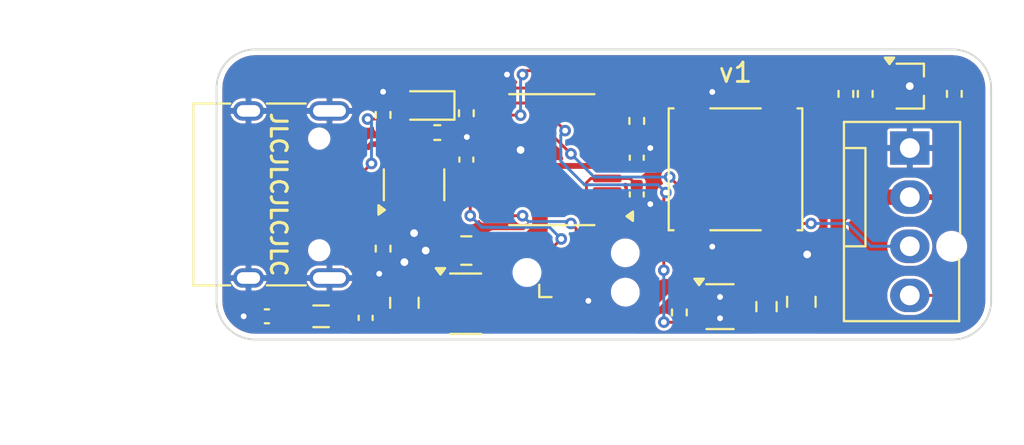
<source format=kicad_pcb>
(kicad_pcb (version 20241229) (generator "pcbnew") (generator_version "9.0")
  (layers (0 "F.Cu" signal) (2 "B.Cu" signal) (13 "F.Paste" user) (15 "B.Paste" user) (5 "F.SilkS" user "F.Silkscreen") (7 "B.SilkS" user "B.Silkscreen") (1 "F.Mask" user) (3 "B.Mask" user) (25 "Edge.Cuts" user))
  (net 0 "")
  (net 1 "GND")
  (net 2 "VBUS")
  (net 3 "+3V3")
  (net 4 "/NRST")
  (net 5 "/V_FAN")
  (net 6 "/USB_DM")
  (net 7 "/USB_DP")
  (net 8 "Net-(J1-CC2)")
  (net 9 "Net-(J1-CC1)")
  (net 12 "/SWDIO")
  (net 14 "/SWCLK")
  (net 15 "Net-(J3-Pin_4)")
  (net 16 "/FAN_TACH")
  (net 17 "Net-(Q1-G)")
  (net 18 "/BUTTON")
  (net 19 "Net-(D1-A)")
  (net 20 "/FAN_PWM")
  (net 21 "/V_FAN_EN")
  (net 22 "Net-(U4-QOD)")
  (net 31 "/LED")
  (net 32 "Net-(U1-VP)")
  (footprint "Capacitor_SMD:C_0805_2012Metric" (layer "F.Cu") (at 99 105.6 90)
    (property "Reference" "C3" (hide yes))
    (property "Value" "10u")
    (fp_line (start -0.261252 -0.735) (end 0.261252 -0.735) (stroke (width 0.12)) (layer "F.SilkS"))
    (fp_line (start -0.261252 0.735) (end 0.261252 0.735) (stroke (width 0.12)) (layer "F.SilkS"))
    (pad "1" smd roundrect (at -0.95 0 90) (size 1 1.45) (layers "F.Cu" "F.Mask" "F.Paste") (net 2 "VBUS"))
    (pad "2" smd roundrect (at 0.95 0 90) (size 1 1.45) (layers "F.Cu" "F.Mask" "F.Paste") (net 1 "GND"))
  )
  (footprint "Connector_USB:USB_C_Receptacle_HRO_TYPE-C-31-M-12" (layer "F.Cu") (at 92 100 -90)
    (property "Reference" "J1" (hide yes))
    (property "Value" "USB_C_Receptacle_USB2.0")
    (fp_line (start -4.7 3.9) (end 4.7 3.9) (stroke (width 0.12)) (layer "F.SilkS"))
    (fp_line (start -4.7 2) (end -4.7 3.9) (stroke (width 0.12)) (layer "F.SilkS"))
    (fp_line (start 4.7 2) (end 4.7 3.9) (stroke (width 0.12)) (layer "F.SilkS"))
    (fp_line (start -4.7 -1.9) (end -4.7 0.1) (stroke (width 0.12)) (layer "F.SilkS"))
    (fp_line (start 4.7 -1.9) (end 4.7 0.1) (stroke (width 0.12)) (layer "F.SilkS"))
    (pad "" np_thru_hole circle (at -2.89 -2.6 270) (size 0.65 0.65) (drill 0.65) (layers "*.Cu" "*.Mask"))
    (pad "" np_thru_hole circle (at 2.89 -2.6 270) (size 0.65 0.65) (drill 0.65) (layers "*.Cu" "*.Mask"))
    (pad "A1" smd rect (at -3.25 -4.045 270) (size 0.6 1.45) (layers "F.Cu" "F.Mask" "F.Paste") (net 1 "GND"))
    (pad "A4" smd rect (at -2.45 -4.045 270) (size 0.6 1.45) (layers "F.Cu" "F.Mask" "F.Paste") (net 32 "Net-(U1-VP)"))
    (pad "A5" smd rect (at -1.25 -4.045 270) (size 0.3 1.45) (layers "F.Cu" "F.Mask" "F.Paste") (net 9 "Net-(J1-CC1)"))
    (pad "A6" smd rect (at -0.25 -4.045 270) (size 0.3 1.45) (layers "F.Cu" "F.Mask" "F.Paste") (net 7 "/USB_DP"))
    (pad "A7" smd rect (at 0.25 -4.045 270) (size 0.3 1.45) (layers "F.Cu" "F.Mask" "F.Paste") (net 6 "/USB_DM"))
    (pad "A8" smd rect (at 1.25 -4.045 270) (size 0.3 1.45) (layers "F.Cu" "F.Mask" "F.Paste"))
    (pad "A9" smd rect (at 2.45 -4.045 270) (size 0.6 1.45) (layers "F.Cu" "F.Mask" "F.Paste") (net 32 "Net-(U1-VP)"))
    (pad "A12" smd rect (at 3.25 -4.045 270) (size 0.6 1.45) (layers "F.Cu" "F.Mask" "F.Paste") (net 1 "GND"))
    (pad "B1" smd rect (at 3.25 -4.045 270) (size 0.6 1.45) (layers "F.Cu" "F.Mask" "F.Paste") (net 1 "GND"))
    (pad "B4" smd rect (at 2.45 -4.045 270) (size 0.6 1.45) (layers "F.Cu" "F.Mask" "F.Paste") (net 32 "Net-(U1-VP)"))
    (pad "B5" smd rect (at 1.75 -4.045 270) (size 0.3 1.45) (layers "F.Cu" "F.Mask" "F.Paste") (net 8 "Net-(J1-CC2)"))
    (pad "B6" smd rect (at 0.75 -4.045 270) (size 0.3 1.45) (layers "F.Cu" "F.Mask" "F.Paste") (net 7 "/USB_DP"))
    (pad "B7" smd rect (at -0.75 -4.045 270) (size 0.3 1.45) (layers "F.Cu" "F.Mask" "F.Paste") (net 6 "/USB_DM"))
    (pad "B8" smd rect (at -1.75 -4.045 270) (size 0.3 1.45) (layers "F.Cu" "F.Mask" "F.Paste"))
    (pad "B9" smd rect (at -2.45 -4.045 270) (size 0.6 1.45) (layers "F.Cu" "F.Mask" "F.Paste") (net 32 "Net-(U1-VP)"))
    (pad "B12" smd rect (at -3.25 -4.045 270) (size 0.6 1.45) (layers "F.Cu" "F.Mask" "F.Paste") (net 1 "GND"))
    (pad "S1" thru_hole oval (at -4.32 -3.13 270) (size 1 2.1) (drill oval 0.6 1.7) (layers "*.Cu" "*.Mask") (net 1 "GND"))
    (pad "S1" thru_hole oval (at -4.32 1.05 270) (size 1 1.6) (drill oval 0.6 1.2) (layers "*.Cu" "*.Mask") (net 1 "GND"))
    (pad "S1" thru_hole oval (at 4.32 -3.13 270) (size 1 2.1) (drill oval 0.6 1.7) (layers "*.Cu" "*.Mask") (net 1 "GND"))
    (pad "S1" thru_hole oval (at 4.32 1.05 270) (size 1 1.6) (drill oval 0.6 1.2) (layers "*.Cu" "*.Mask") (net 1 "GND"))
  )
  (footprint "LED_SMD:LED_0603_1608Metric" (layer "F.Cu") (at 100.1 95.4 180)
    (property "Reference" "D1" (hide yes))
    (property "Value" "LED_Small")
    (fp_line (start 0.8 -0.735) (end -1.485 -0.735) (stroke (width 0.12)) (layer "F.SilkS"))
    (fp_line (start -1.485 0.735) (end 0.8 0.735) (stroke (width 0.12)) (layer "F.SilkS"))
    (fp_line (start -1.485 -0.735) (end -1.485 0.735) (stroke (width 0.12)) (layer "F.SilkS"))
    (pad "1" smd roundrect (at -0.7875 0 180) (size 0.875 0.95) (layers "F.Cu" "F.Mask" "F.Paste") (net 31 "/LED"))
    (pad "2" smd roundrect (at 0.7875 0 180) (size 0.875 0.95) (layers "F.Cu" "F.Mask" "F.Paste") (net 19 "Net-(D1-A)"))
  )
  (footprint "Resistor_SMD:R_0603_1608Metric" (layer "F.Cu") (at 117.7 105.8 90)
    (property "Reference" "R9" (hide yes))
    (property "Value" "470R")
    (fp_line (start -0.237258 -0.5225) (end 0.237258 -0.5225) (stroke (width 0.12)) (layer "F.SilkS"))
    (fp_line (start -0.237258 0.5225) (end 0.237258 0.5225) (stroke (width 0.12)) (layer "F.SilkS"))
    (pad "1" smd roundrect (at -0.825 0 90) (size 0.8 0.95) (layers "F.Cu" "F.Mask" "F.Paste") (net 22 "Net-(U4-QOD)"))
    (pad "2" smd roundrect (at 0.825 0 90) (size 0.8 0.95) (layers "F.Cu" "F.Mask" "F.Paste") (net 5 "/V_FAN"))
  )
  (footprint "Package_SO:TSSOP-20_4.4x6.5mm_P0.65mm" (layer "F.Cu") (at 106.6125 98.2 180)
    (property "Reference" "U3" (hide yes))
    (property "Value" "STM32F042F4P6")
    (fp_line (start 0 3.385) (end 2.2 3.385) (stroke (width 0.12)) (layer "F.SilkS"))
    (fp_line (start 0 3.385) (end -2.2 3.385) (stroke (width 0.12)) (layer "F.SilkS"))
    (fp_line (start 0 -3.385) (end 2.2 -3.385) (stroke (width 0.12)) (layer "F.SilkS"))
    (fp_line (start 0 -3.385) (end -2.2 -3.385) (stroke (width 0.12)) (layer "F.SilkS"))
    (fp_poly (pts (xy -3.86 -2.925) (xy -4.19 -3.165) (xy -4.19 -2.685) (xy -3.86 -2.925)) (stroke (width 0.12)) (fill yes) (layer "F.SilkS"))
    (pad "1" smd roundrect (at -2.8625 -2.925 180) (size 1.475 0.4) (layers "F.Cu" "F.Mask" "F.Paste") (net 1 "GND"))
    (pad "2" smd roundrect (at -2.8625 -2.275 180) (size 1.475 0.4) (layers "F.Cu" "F.Mask" "F.Paste"))
    (pad "3" smd roundrect (at -2.8625 -1.625 180) (size 1.475 0.4) (layers "F.Cu" "F.Mask" "F.Paste"))
    (pad "4" smd roundrect (at -2.8625 -0.975 180) (size 1.475 0.4) (layers "F.Cu" "F.Mask" "F.Paste") (net 4 "/NRST"))
    (pad "5" smd roundrect (at -2.8625 -0.325 180) (size 1.475 0.4) (layers "F.Cu" "F.Mask" "F.Paste") (net 3 "+3V3"))
    (pad "6" smd roundrect (at -2.8625 0.325 180) (size 1.475 0.4) (layers "F.Cu" "F.Mask" "F.Paste"))
    (pad "7" smd roundrect (at -2.8625 0.975 180) (size 1.475 0.4) (layers "F.Cu" "F.Mask" "F.Paste") (net 31 "/LED"))
    (pad "8" smd roundrect (at -2.8625 1.625 180) (size 1.475 0.4) (layers "F.Cu" "F.Mask" "F.Paste"))
    (pad "9" smd roundrect (at -2.8625 2.275 180) (size 1.475 0.4) (layers "F.Cu" "F.Mask" "F.Paste"))
    (pad "10" smd roundrect (at -2.8625 2.925 180) (size 1.475 0.4) (layers "F.Cu" "F.Mask" "F.Paste") (net 18 "/BUTTON"))
    (pad "11" smd roundrect (at 2.8625 2.925 180) (size 1.475 0.4) (layers "F.Cu" "F.Mask" "F.Paste") (net 21 "/V_FAN_EN"))
    (pad "12" smd roundrect (at 2.8625 2.275 180) (size 1.475 0.4) (layers "F.Cu" "F.Mask" "F.Paste") (net 20 "/FAN_PWM"))
    (pad "13" smd roundrect (at 2.8625 1.625 180) (size 1.475 0.4) (layers "F.Cu" "F.Mask" "F.Paste") (net 16 "/FAN_TACH"))
    (pad "14" smd roundrect (at 2.8625 0.975 180) (size 1.475 0.4) (layers "F.Cu" "F.Mask" "F.Paste"))
    (pad "15" smd roundrect (at 2.8625 0.325 180) (size 1.475 0.4) (layers "F.Cu" "F.Mask" "F.Paste") (net 1 "GND"))
    (pad "16" smd roundrect (at 2.8625 -0.325 180) (size 1.475 0.4) (layers "F.Cu" "F.Mask" "F.Paste") (net 3 "+3V3"))
    (pad "17" smd roundrect (at 2.8625 -0.975 180) (size 1.475 0.4) (layers "F.Cu" "F.Mask" "F.Paste") (net 6 "/USB_DM"))
    (pad "18" smd roundrect (at 2.8625 -1.625 180) (size 1.475 0.4) (layers "F.Cu" "F.Mask" "F.Paste") (net 7 "/USB_DP"))
    (pad "19" smd roundrect (at 2.8625 -2.275 180) (size 1.475 0.4) (layers "F.Cu" "F.Mask" "F.Paste") (net 12 "/SWDIO"))
    (pad "20" smd roundrect (at 2.8625 -2.925 180) (size 1.475 0.4) (layers "F.Cu" "F.Mask" "F.Paste") (net 14 "/SWCLK"))
  )
  (footprint "Capacitor_SMD:C_0402_1005Metric" (layer "F.Cu") (at 91.9 106.3 180)
    (property "Reference" "C1" (hide yes))
    (property "Value" "TBD")
    (fp_line (start -0.107836 0.36) (end 0.107836 0.36) (stroke (width 0.12)) (layer "F.SilkS"))
    (fp_line (start -0.107836 -0.36) (end 0.107836 -0.36) (stroke (width 0.12)) (layer "F.SilkS"))
    (pad "1" smd roundrect (at -0.48 0 180) (size 0.56 0.62) (layers "F.Cu" "F.Mask" "F.Paste") (net 32 "Net-(U1-VP)"))
    (pad "2" smd roundrect (at 0.48 0 180) (size 0.56 0.62) (layers "F.Cu" "F.Mask" "F.Paste") (net 1 "GND"))
  )
  (footprint "Package_TO_SOT_SMD:SOT-323_SC-70" (layer "F.Cu") (at 125.1 94.4)
    (property "Reference" "Q1" (hide yes))
    (property "Value" "Q_NMOS_GSD")
    (fp_line (start -0.68 -1.16) (end 0.73 -1.16) (stroke (width 0.12)) (layer "F.SilkS"))
    (fp_line (start -0.68 1.16) (end 0.73 1.16) (stroke (width 0.12)) (layer "F.SilkS"))
    (fp_line (start 0.73 -1.16) (end 0.73 -0.5) (stroke (width 0.12)) (layer "F.SilkS"))
    (fp_line (start 0.73 0.5) (end 0.73 1.16) (stroke (width 0.12)) (layer "F.SilkS"))
    (fp_poly (pts (xy -1.05 -1.14) (xy -1.29 -1.47) (xy -0.81 -1.47) (xy -1.05 -1.14)) (stroke (width 0.12)) (fill yes) (layer "F.SilkS"))
    (pad "1" smd roundrect (at -1 -0.65 270) (size 0.45 0.7) (layers "F.Cu" "F.Mask" "F.Paste") (net 17 "Net-(Q1-G)"))
    (pad "2" smd roundrect (at -1 0.65 270) (size 0.45 0.7) (layers "F.Cu" "F.Mask" "F.Paste") (net 1 "GND"))
    (pad "3" smd roundrect (at 1 0 270) (size 0.45 0.7) (layers "F.Cu" "F.Mask" "F.Paste") (net 15 "Net-(J3-Pin_4)"))
  )
  (footprint "Resistor_SMD:R_0402_1005Metric" (layer "F.Cu") (at 97.9 95.89 90)
    (property "Reference" "R1" (hide yes))
    (property "Value" "5k1")
    (fp_line (start -0.153641 -0.38) (end 0.153641 -0.38) (stroke (width 0.12)) (layer "F.SilkS"))
    (fp_line (start -0.153641 0.38) (end 0.153641 0.38) (stroke (width 0.12)) (layer "F.SilkS"))
    (pad "1" smd roundrect (at -0.51 0 90) (size 0.54 0.64) (layers "F.Cu" "F.Mask" "F.Paste") (net 9 "Net-(J1-CC1)"))
    (pad "2" smd roundrect (at 0.51 0 90) (size 0.54 0.64) (layers "F.Cu" "F.Mask" "F.Paste") (net 1 "GND"))
  )
  (footprint "Capacitor_SMD:C_0805_2012Metric" (layer "F.Cu") (at 102.2 102.9 180)
    (property "Reference" "C4" (hide yes))
    (property "Value" "10u")
    (fp_line (start -0.261252 0.735) (end 0.261252 0.735) (stroke (width 0.12)) (layer "F.SilkS"))
    (fp_line (start -0.261252 -0.735) (end 0.261252 -0.735) (stroke (width 0.12)) (layer "F.SilkS"))
    (pad "1" smd roundrect (at -0.95 0 180) (size 1 1.45) (layers "F.Cu" "F.Mask" "F.Paste") (net 3 "+3V3"))
    (pad "2" smd roundrect (at 0.95 0 180) (size 1 1.45) (layers "F.Cu" "F.Mask" "F.Paste") (net 1 "GND"))
  )
  (footprint "Package_TO_SOT_SMD:SOT-23-5" (layer "F.Cu") (at 102.1625 105.65)
    (property "Reference" "U2" (hide yes))
    (property "Value" "MIC5504-3.3YM5")
    (fp_line (start 0 -1.56) (end -0.8 -1.56) (stroke (width 0.12)) (layer "F.SilkS"))
    (fp_line (start 0 -1.56) (end 0.8 -1.56) (stroke (width 0.12)) (layer "F.SilkS"))
    (fp_line (start 0 1.56) (end -0.8 1.56) (stroke (width 0.12)) (layer "F.SilkS"))
    (fp_line (start 0 1.56) (end 0.8 1.56) (stroke (width 0.12)) (layer "F.SilkS"))
    (fp_poly (pts (xy -1.3 -1.51) (xy -1.54 -1.84) (xy -1.06 -1.84) (xy -1.3 -1.51)) (stroke (width 0.12)) (fill yes) (layer "F.SilkS"))
    (pad "1" smd roundrect (at -1.1375 -0.95) (size 1.325 0.6) (layers "F.Cu" "F.Mask" "F.Paste") (net 2 "VBUS"))
    (pad "2" smd roundrect (at -1.1375 0) (size 1.325 0.6) (layers "F.Cu" "F.Mask" "F.Paste") (net 1 "GND"))
    (pad "3" smd roundrect (at -1.1375 0.95) (size 1.325 0.6) (layers "F.Cu" "F.Mask" "F.Paste") (net 2 "VBUS"))
    (pad "3" smd roundrect (at 1.1375 0.95) (size 1.325 0.6) (layers "F.Cu" "F.Mask" "F.Paste") (net 2 "VBUS"))
    (pad "5" smd roundrect (at 1.1375 -0.95) (size 1.325 0.6) (layers "F.Cu" "F.Mask" "F.Paste") (net 3 "+3V3"))
  )
  (footprint "Resistor_SMD:R_0402_1005Metric" (layer "F.Cu") (at 122.8 94.8 90)
    (property "Reference" "R7" (hide yes))
    (property "Value" "10k")
    (fp_line (start -0.153641 -0.38) (end 0.153641 -0.38) (stroke (width 0.12)) (layer "F.SilkS"))
    (fp_line (start -0.153641 0.38) (end 0.153641 0.38) (stroke (width 0.12)) (layer "F.SilkS"))
    (pad "1" smd roundrect (at -0.51 0 90) (size 0.54 0.64) (layers "F.Cu" "F.Mask" "F.Paste") (net 1 "GND"))
    (pad "2" smd roundrect (at 0.51 0 90) (size 0.54 0.64) (layers "F.Cu" "F.Mask" "F.Paste") (net 17 "Net-(Q1-G)"))
  )
  (footprint "Package_TO_SOT_SMD:SOT-23-6" (layer "F.Cu") (at 99.5 99.5 90)
    (property "Reference" "U1" (hide yes))
    (property "Value" "SRV05-4")
    (fp_line (start 0 -1.56) (end 0.8 -1.56) (stroke (width 0.12)) (layer "F.SilkS"))
    (fp_line (start 0 -1.56) (end -0.8 -1.56) (stroke (width 0.12)) (layer "F.SilkS"))
    (fp_line (start 0 1.56) (end 0.8 1.56) (stroke (width 0.12)) (layer "F.SilkS"))
    (fp_line (start 0 1.56) (end -0.8 1.56) (stroke (width 0.12)) (layer "F.SilkS"))
    (fp_poly (pts (xy -1.3 -1.51) (xy -1.54 -1.84) (xy -1.06 -1.84) (xy -1.3 -1.51)) (stroke (width 0.12)) (fill yes) (layer "F.SilkS"))
    (pad "1" smd roundrect (at -1.1375 -0.95 90) (size 1.325 0.6) (layers "F.Cu" "F.Mask" "F.Paste") (net 7 "/USB_DP"))
    (pad "2" smd roundrect (at -1.1375 0 90) (size 1.325 0.6) (layers "F.Cu" "F.Mask" "F.Paste") (net 1 "GND"))
    (pad "3" smd roundrect (at -1.1375 0.95 90) (size 1.325 0.6) (layers "F.Cu" "F.Mask" "F.Paste"))
    (pad "4" smd roundrect (at 1.1375 0.95 90) (size 1.325 0.6) (layers "F.Cu" "F.Mask" "F.Paste"))
    (pad "5" smd roundrect (at 1.1375 0 90) (size 1.325 0.6) (layers "F.Cu" "F.Mask" "F.Paste") (net 32 "Net-(U1-VP)"))
    (pad "6" smd roundrect (at 1.1375 -0.95 90) (size 1.325 0.6) (layers "F.Cu" "F.Mask" "F.Paste") (net 6 "/USB_DM"))
  )
  (footprint "Button_Switch_SMD:SW_SPST_B3S-1000" (layer "F.Cu") (at 116.1 98.7 -90)
    (property "Reference" "SW1" (hide yes))
    (property "Value" "SW_Push")
    (fp_line (start -3.15 3.45) (end -3.15 3.2) (stroke (width 0.12)) (layer "F.SilkS"))
    (fp_line (start 3.15 3.45) (end -3.15 3.45) (stroke (width 0.12)) (layer "F.SilkS"))
    (fp_line (start 3.15 3.2) (end 3.15 3.45) (stroke (width 0.12)) (layer "F.SilkS"))
    (fp_line (start -3.15 1.3) (end -3.15 -1.3) (stroke (width 0.12)) (layer "F.SilkS"))
    (fp_line (start 3.15 -1.3) (end 3.15 1.3) (stroke (width 0.12)) (layer "F.SilkS"))
    (fp_line (start -3.15 -3.2) (end -3.15 -3.45) (stroke (width 0.12)) (layer "F.SilkS"))
    (fp_line (start -3.15 -3.45) (end 3.15 -3.45) (stroke (width 0.12)) (layer "F.SilkS"))
    (fp_line (start 3.15 -3.45) (end 3.15 -3.2) (stroke (width 0.12)) (layer "F.SilkS"))
    (pad "1" smd rect (at -3.975 -2.25 270) (size 1.55 1.3) (layers "F.Cu" "F.Mask" "F.Paste") (net 18 "/BUTTON"))
    (pad "2" smd rect (at -3.975 2.25 270) (size 1.55 1.3) (layers "F.Cu" "F.Mask" "F.Paste") (net 1 "GND"))
    (pad "2" smd rect (at 3.975 2.25 270) (size 1.55 1.3) (layers "F.Cu" "F.Mask" "F.Paste") (net 1 "GND"))
    (pad "NC" smd rect (at 3.975 -2.25 270) (size 1.55 1.3) (layers "F.Cu" "F.Mask" "F.Paste"))
  )
  (footprint "Resistor_SMD:R_0402_1005Metric" (layer "F.Cu") (at 102.2 95.8 90)
    (property "Reference" "R10" (hide yes))
    (property "Value" "10k")
    (fp_line (start -0.153641 -0.38) (end 0.153641 -0.38) (stroke (width 0.12)) (layer "F.SilkS"))
    (fp_line (start -0.153641 0.38) (end 0.153641 0.38) (stroke (width 0.12)) (layer "F.SilkS"))
    (pad "1" smd roundrect (at -0.51 0 90) (size 0.54 0.64) (layers "F.Cu" "F.Mask" "F.Paste") (net 16 "/FAN_TACH"))
    (pad "2" smd roundrect (at 0.51 0 90) (size 0.54 0.64) (layers "F.Cu" "F.Mask" "F.Paste") (net 3 "+3V3"))
  )
  (footprint "Resistor_SMD:R_0402_1005Metric" (layer "F.Cu") (at 100.7 96.8)
    (property "Reference" "R4" (hide yes))
    (property "Value" "10k")
    (fp_line (start -0.153641 -0.38) (end 0.153641 -0.38) (stroke (width 0.12)) (layer "F.SilkS"))
    (fp_line (start -0.153641 0.38) (end 0.153641 0.38) (stroke (width 0.12)) (layer "F.SilkS"))
    (pad "1" smd roundrect (at -0.51 0) (size 0.54 0.64) (layers "F.Cu" "F.Mask" "F.Paste") (net 19 "Net-(D1-A)"))
    (pad "2" smd roundrect (at 0.51 0) (size 0.54 0.64) (layers "F.Cu" "F.Mask" "F.Paste") (net 3 "+3V3"))
  )
  (footprint "Capacitor_SMD:C_0402_1005Metric" (layer "F.Cu") (at 97 106.38 90)
    (property "Reference" "C2" (hide yes))
    (property "Value" "TBD")
    (fp_line (start -0.107836 -0.36) (end 0.107836 -0.36) (stroke (width 0.12)) (layer "F.SilkS"))
    (fp_line (start -0.107836 0.36) (end 0.107836 0.36) (stroke (width 0.12)) (layer "F.SilkS"))
    (pad "1" smd roundrect (at -0.48 0 90) (size 0.56 0.62) (layers "F.Cu" "F.Mask" "F.Paste") (net 2 "VBUS"))
    (pad "2" smd roundrect (at 0.48 0 90) (size 0.56 0.62) (layers "F.Cu" "F.Mask" "F.Paste") (net 1 "GND"))
  )
  (footprint "Resistor_SMD:R_0402_1005Metric" (layer "F.Cu") (at 111 96.2 -90)
    (property "Reference" "R3" (hide yes))
    (property "Value" "10k")
    (fp_line (start -0.153641 0.38) (end 0.153641 0.38) (stroke (width 0.12)) (layer "F.SilkS"))
    (fp_line (start -0.153641 -0.38) (end 0.153641 -0.38) (stroke (width 0.12)) (layer "F.SilkS"))
    (pad "1" smd roundrect (at -0.51 0 270) (size 0.54 0.64) (layers "F.Cu" "F.Mask" "F.Paste") (net 18 "/BUTTON"))
    (pad "2" smd roundrect (at 0.51 0 270) (size 0.54 0.64) (layers "F.Cu" "F.Mask" "F.Paste") (net 3 "+3V3"))
  )
  (footprint "Capacitor_SMD:C_0402_1005Metric" (layer "F.Cu") (at 111 100 -90)
    (property "Reference" "C5" (hide yes))
    (property "Value" "100n")
    (fp_line (start -0.107836 0.36) (end 0.107836 0.36) (stroke (width 0.12)) (layer "F.SilkS"))
    (fp_line (start -0.107836 -0.36) (end 0.107836 -0.36) (stroke (width 0.12)) (layer "F.SilkS"))
    (pad "1" smd roundrect (at -0.48 0 270) (size 0.56 0.62) (layers "F.Cu" "F.Mask" "F.Paste") (net 4 "/NRST"))
    (pad "2" smd roundrect (at 0.48 0 270) (size 0.56 0.62) (layers "F.Cu" "F.Mask" "F.Paste") (net 1 "GND"))
  )
  (footprint "Resistor_SMD:R_0402_1005Metric" (layer "F.Cu") (at 113.2 106.1 -90)
    (property "Reference" "R6" (hide yes))
    (property "Value" "10k")
    (fp_line (start -0.153641 0.38) (end 0.153641 0.38) (stroke (width 0.12)) (layer "F.SilkS"))
    (fp_line (start -0.153641 -0.38) (end 0.153641 -0.38) (stroke (width 0.12)) (layer "F.SilkS"))
    (pad "1" smd roundrect (at -0.51 0 270) (size 0.54 0.64) (layers "F.Cu" "F.Mask" "F.Paste") (net 1 "GND"))
    (pad "2" smd roundrect (at 0.51 0 270) (size 0.54 0.64) (layers "F.Cu" "F.Mask" "F.Paste") (net 21 "/V_FAN_EN"))
  )
  (footprint "Inductor_SMD:L_0805_2012Metric" (layer "F.Cu") (at 94.7 106.3)
    (property "Reference" "FB1" (hide yes))
    (property "Value" "600R @ 100MHz")
    (fp_line (start -0.399622 -0.56) (end 0.399622 -0.56) (stroke (width 0.12)) (layer "F.SilkS"))
    (fp_line (start -0.399622 0.56) (end 0.399622 0.56) (stroke (width 0.12)) (layer "F.SilkS"))
    (pad "1" smd roundrect (at -1.0625 0) (size 0.875 1.2) (layers "F.Cu" "F.Mask" "F.Paste") (net 32 "Net-(U1-VP)"))
    (pad "2" smd roundrect (at 1.0625 0) (size 0.875 1.2) (layers "F.Cu" "F.Mask" "F.Paste") (net 2 "VBUS"))
  )
  (footprint "Capacitor_SMD:C_0805_2012Metric" (layer "F.Cu") (at 119.5 105.55 90)
    (property "Reference" "C8" (hide yes))
    (property "Value" "10u")
    (fp_line (start -0.261252 -0.735) (end 0.261252 -0.735) (stroke (width 0.12)) (layer "F.SilkS"))
    (fp_line (start -0.261252 0.735) (end 0.261252 0.735) (stroke (width 0.12)) (layer "F.SilkS"))
    (pad "1" smd roundrect (at -0.95 0 90) (size 1 1.45) (layers "F.Cu" "F.Mask" "F.Paste") (net 5 "/V_FAN"))
    (pad "2" smd roundrect (at 0.95 0 90) (size 1 1.45) (layers "F.Cu" "F.Mask" "F.Paste") (net 1 "GND"))
  )
  (footprint "Resistor_SMD:R_0402_1005Metric" (layer "F.Cu") (at 97.9 102.8 -90)
    (property "Reference" "R2" (hide yes))
    (property "Value" "5k1")
    (fp_line (start -0.153641 0.38) (end 0.153641 0.38) (stroke (width 0.12)) (layer "F.SilkS"))
    (fp_line (start -0.153641 -0.38) (end 0.153641 -0.38) (stroke (width 0.12)) (layer "F.SilkS"))
    (pad "1" smd roundrect (at -0.51 0 270) (size 0.54 0.64) (layers "F.Cu" "F.Mask" "F.Paste") (net 8 "Net-(J1-CC2)"))
    (pad "2" smd roundrect (at 0.51 0 270) (size 0.54 0.64) (layers "F.Cu" "F.Mask" "F.Paste") (net 1 "GND"))
  )
  (footprint "Connector:Tag-Connect_TC2030-IDC-NL_2x03_P1.27mm_Vertical" (layer "F.Cu") (at 107.87 104.035)
    (property "Reference" "J2" (hide yes))
    (property "Value" "TC2030")
    (fp_line (start -1.905 1.27) (end -1.905 0.635) (stroke (width 0.12)) (layer "F.SilkS"))
    (fp_line (start -1.27 1.27) (end -1.905 1.27) (stroke (width 0.12)) (layer "F.SilkS"))
    (pad "" np_thru_hole circle (at -2.54 0) (size 0.9906 0.9906) (drill 0.9906) (layers "*.Cu" "*.Mask"))
    (pad "" np_thru_hole circle (at 2.54 -1.016) (size 0.9906 0.9906) (drill 0.9906) (layers "*.Cu" "*.Mask"))
    (pad "" np_thru_hole circle (at 2.54 1.016) (size 0.9906 0.9906) (drill 0.9906) (layers "*.Cu" "*.Mask"))
    (pad "1" connect circle (at -1.27 0.635) (size 0.7874 0.7874) (layers "F.Cu" "F.Mask") (net 3 "+3V3"))
    (pad "2" connect circle (at -1.27 -0.635) (size 0.7874 0.7874) (layers "F.Cu" "F.Mask") (net 12 "/SWDIO"))
    (pad "3" connect circle (at 0 0.635) (size 0.7874 0.7874) (layers "F.Cu" "F.Mask") (net 4 "/NRST"))
    (pad "4" connect circle (at 0 -0.635) (size 0.7874 0.7874) (layers "F.Cu" "F.Mask") (net 14 "/SWCLK"))
    (pad "5" connect circle (at 1.27 0.635) (size 0.7874 0.7874) (layers "F.Cu" "F.Mask") (net 1 "GND"))
    (pad "6" connect circle (at 1.27 -0.635) (size 0.7874 0.7874) (layers "F.Cu" "F.Mask"))
    (zone (net 0) (net_name "") (layer "F.Cu") (connect_pads (clearance 0)) (min_thickness 0.254)
      (keepout (tracks allowed) (vias not_allowed) (pads allowed) (copperpour not_allowed) (footprints not_allowed))
      (fill (thermal_gap 0.508) (thermal_bridge_width 0.508))
      (polygon (pts (xy 109.14 103.4) (xy 106.6 103.4) (xy 106.6 104.67) (xy 109.14 104.67)))
    )
  )
  (footprint "Capacitor_SMD:C_0402_1005Metric" (layer "F.Cu") (at 102.2 98.2 90)
    (property "Reference" "C6" (hide yes))
    (property "Value" "100n")
    (fp_line (start -0.107836 -0.36) (end 0.107836 -0.36) (stroke (width 0.12)) (layer "F.SilkS"))
    (fp_line (start -0.107836 0.36) (end 0.107836 0.36) (stroke (width 0.12)) (layer "F.SilkS"))
    (pad "1" smd roundrect (at -0.48 0 90) (size 0.56 0.62) (layers "F.Cu" "F.Mask" "F.Paste") (net 3 "+3V3"))
    (pad "2" smd roundrect (at 0.48 0 90) (size 0.56 0.62) (layers "F.Cu" "F.Mask" "F.Paste") (net 1 "GND"))
  )
  (footprint "Resistor_SMD:R_0402_1005Metric" (layer "F.Cu") (at 127.4 94.8 -90)
    (property "Reference" "R8" (hide yes))
    (property "Value" "10k")
    (fp_line (start -0.153641 0.38) (end 0.153641 0.38) (stroke (width 0.12)) (layer "F.SilkS"))
    (fp_line (start -0.153641 -0.38) (end 0.153641 -0.38) (stroke (width 0.12)) (layer "F.SilkS"))
    (pad "1" smd roundrect (at -0.51 0 270) (size 0.54 0.64) (layers "F.Cu" "F.Mask" "F.Paste") (net 15 "Net-(J3-Pin_4)"))
    (pad "2" smd roundrect (at 0.51 0 270) (size 0.54 0.64) (layers "F.Cu" "F.Mask" "F.Paste") (net 5 "/V_FAN"))
  )
  (footprint "Package_TO_SOT_SMD:SOT-363_SC-70-6" (layer "F.Cu") (at 115.3 105.8)
    (property "Reference" "U4" (hide yes))
    (property "Value" "TPS22919DCK")
    (fp_line (start -0.71 -1.16) (end 0.7 -1.16) (stroke (width 0.12)) (layer "F.SilkS"))
    (fp_line (start -0.7 1.16) (end 0.7 1.16) (stroke (width 0.12)) (layer "F.SilkS"))
    (fp_poly (pts (xy -1.08 -1.11) (xy -1.32 -1.44) (xy -0.84 -1.44) (xy -1.08 -1.11)) (stroke (width 0.12)) (fill yes) (layer "F.SilkS"))
    (pad "1" smd roundrect (at -0.95 -0.65) (size 0.65 0.4) (layers "F.Cu" "F.Mask" "F.Paste") (net 2 "VBUS"))
    (pad "2" smd roundrect (at -0.95 0) (size 0.65 0.4) (layers "F.Cu" "F.Mask" "F.Paste") (net 1 "GND"))
    (pad "3" smd roundrect (at -0.95 0.65) (size 0.65 0.4) (layers "F.Cu" "F.Mask" "F.Paste") (net 21 "/V_FAN_EN"))
    (pad "4" smd roundrect (at 0.95 0.65) (size 0.65 0.4) (layers "F.Cu" "F.Mask" "F.Paste"))
    (pad "5" smd roundrect (at 0.95 0) (size 0.65 0.4) (layers "F.Cu" "F.Mask" "F.Paste") (net 22 "Net-(U4-QOD)"))
    (pad "6" smd roundrect (at 0.95 -0.65) (size 0.65 0.4) (layers "F.Cu" "F.Mask" "F.Paste") (net 5 "/V_FAN"))
  )
  (footprint "Capacitor_SMD:C_0402_1005Metric" (layer "F.Cu") (at 111 98.1 90)
    (property "Reference" "C7" (hide yes))
    (property "Value" "100n")
    (fp_line (start -0.107836 -0.36) (end 0.107836 -0.36) (stroke (width 0.12)) (layer "F.SilkS"))
    (fp_line (start -0.107836 0.36) (end 0.107836 0.36) (stroke (width 0.12)) (layer "F.SilkS"))
    (pad "1" smd roundrect (at -0.48 0 90) (size 0.56 0.62) (layers "F.Cu" "F.Mask" "F.Paste") (net 3 "+3V3"))
    (pad "2" smd roundrect (at 0.48 0 90) (size 0.56 0.62) (layers "F.Cu" "F.Mask" "F.Paste") (net 1 "GND"))
  )
  (footprint "Resistor_SMD:R_0402_1005Metric" (layer "F.Cu") (at 121.8 94.8 -90)
    (property "Reference" "R5" (hide yes))
    (property "Value" "1R")
    (fp_line (start -0.153641 0.38) (end 0.153641 0.38) (stroke (width 0.12)) (layer "F.SilkS"))
    (fp_line (start -0.153641 -0.38) (end 0.153641 -0.38) (stroke (width 0.12)) (layer "F.SilkS"))
    (pad "1" smd roundrect (at -0.51 0 270) (size 0.54 0.64) (layers "F.Cu" "F.Mask" "F.Paste") (net 17 "Net-(Q1-G)"))
    (pad "2" smd roundrect (at 0.51 0 270) (size 0.54 0.64) (layers "F.Cu" "F.Mask" "F.Paste") (net 20 "/FAN_PWM"))
  )
  (footprint "Connector:FanPinHeader_1x04_P2.54mm_Vertical" (layer "F.Cu") (at 125.1 97.6 -90)
    (property "Reference" "J3" (hide yes))
    (property "Value" "Conn_01x04")
    (fp_line (start -1.35 3.4) (end -1.35 -2.6) (stroke (width 0.12)) (layer "F.SilkS"))
    (fp_line (start 8.95 3.4) (end -1.35 3.4) (stroke (width 0.12)) (layer "F.SilkS"))
    (fp_line (start 0 3.3) (end 0 2.29) (stroke (width 0.12)) (layer "F.SilkS"))
    (fp_line (start 0 2.29) (end 5.08 2.29) (stroke (width 0.12)) (layer "F.SilkS"))
    (fp_line (start 5.08 2.29) (end 5.08 3.3) (stroke (width 0.12)) (layer "F.SilkS"))
    (fp_line (start 5.75 -2.55) (end 8.95 -2.55) (stroke (width 0.12)) (layer "F.SilkS"))
    (fp_line (start 8.95 -2.55) (end 8.95 3.4) (stroke (width 0.12)) (layer "F.SilkS"))
    (fp_line (start -1.35 -2.6) (end 4.4 -2.6) (stroke (width 0.12)) (layer "F.SilkS"))
    (pad "" np_thru_hole circle (at 5.08 -2.16) (size 1.1 1.1) (drill 1.1) (layers "*.Cu" "*.Mask"))
    (pad "1" thru_hole rect (at 0 0) (size 2.03 1.73) (drill 1.02) (layers "*.Cu" "*.Mask") (net 1 "GND"))
    (pad "2" thru_hole oval (at 2.54 0) (size 2.03 1.73) (drill 1.02) (layers "*.Cu" "*.Mask") (net 5 "/V_FAN"))
    (pad "3" thru_hole oval (at 5.08 0) (size 2.03 1.73) (drill 1.02) (layers "*.Cu" "*.Mask") (net 16 "/FAN_TACH"))
    (pad "4" thru_hole oval (at 7.62 0) (size 2.03 1.73) (drill 1.02) (layers "*.Cu" "*.Mask") (net 15 "Net-(J3-Pin_4)"))
  )
  (gr_arc (start 129.3 105.5) (mid 128.714214 106.914214) (end 127.3 107.5) (stroke (width 0.1)) (layer "Edge.Cuts"))
  (gr_arc (start 89.3 94.5) (mid 89.885786 93.085786) (end 91.3 92.5) (stroke (width 0.1)) (layer "Edge.Cuts"))
  (gr_line (start 89.3 94.5) (end 89.3 105.5) (stroke (width 0.1)) (layer "Edge.Cuts"))
  (gr_arc (start 127.3 92.5) (mid 128.714214 93.085786) (end 129.3 94.5) (stroke (width 0.1)) (layer "Edge.Cuts"))
  (gr_line (start 127.3 107.5) (end 91.3 107.5) (stroke (width 0.1)) (layer "Edge.Cuts"))
  (gr_line (start 91.3 92.5) (end 127.3 92.5) (stroke (width 0.1)) (layer "Edge.Cuts"))
  (gr_arc (start 91.3 107.5) (mid 89.885786 106.914214) (end 89.3 105.5) (stroke (width 0.1)) (layer "Edge.Cuts"))
  (gr_line (start 129.3 94.5) (end 129.3 105.5) (stroke (width 0.1)) (layer "Edge.Cuts"))
  (gr_text "JLCJLCJLCJLC" (at 92.5 100 -90) (layer "F.SilkS") (effects (font (size 0.82 0.82) (thickness 0.16))))
  (gr_text "v1" (at 116.1 93.7 0) (layer "F.SilkS") (effects (font (size 1 1))))
  (via (at 115.3 106.4) (size 0.6) (drill 0.3) (layers "F.Cu" "B.Cu") (net 1))
  (via (at 111.7 97.6) (size 0.6) (drill 0.3) (layers "F.Cu" "B.Cu") (net 1))
  (via (at 105 97.7) (size 0.8) (drill 0.4) (layers "F.Cu" "B.Cu") (net 1))
  (via (at 100.1 102.9) (size 0.8) (drill 0.4) (layers "F.Cu" "B.Cu") (net 1))
  (via (at 111.7 100.5) (size 0.6) (drill 0.3) (layers "F.Cu" "B.Cu") (net 1))
  (via (at 102.224173 97.029999) (size 0.6) (drill 0.3) (layers "F.Cu" "B.Cu") (net 1))
  (via (at 119.8 103.1) (size 0.8) (drill 0.4) (layers "F.Cu" "B.Cu") (net 1))
  (via (at 114.9 102.7) (size 0.6) (drill 0.3) (layers "F.Cu" "B.Cu") (net 1))
  (via (at 99.5 102) (size 0.8) (drill 0.4) (layers "F.Cu" "B.Cu") (net 1))
  (via (at 90.7 106.3) (size 0.6) (drill 0.3) (layers "F.Cu" "B.Cu") (net 1))
  (via (at 97.9 94.69) (size 0.6) (drill 0.3) (layers "F.Cu" "B.Cu") (net 1))
  (via (at 104.3 93.8) (size 0.6) (drill 0.3) (layers "F.Cu" "B.Cu") (net 1))
  (via (at 108.5 105.5) (size 0.6) (drill 0.3) (layers "F.Cu" "B.Cu") (net 1))
  (via (at 125.1 94.4) (size 0.8) (drill 0.4) (layers "F.Cu" "B.Cu") (net 1))
  (via (at 115.3 105.3) (size 0.6) (drill 0.3) (layers "F.Cu" "B.Cu") (net 1))
  (via (at 99 103.5) (size 0.8) (drill 0.4) (layers "F.Cu" "B.Cu") (net 1))
  (via (at 114.9 94.7) (size 0.6) (drill 0.3) (layers "F.Cu" "B.Cu") (net 1))
  (via (at 97.7 104.1) (size 0.6) (drill 0.3) (layers "F.Cu" "B.Cu") (net 1))
  (segment (start 110.6 106.6) (end 112.43 104.77) (width 0.8) (layer "F.Cu") (net 2))
  (segment (start 99.05 106.6) (end 99 106.55) (width 0.8) (layer "F.Cu") (net 2))
  (segment (start 102.3 106.6) (end 103.3 106.6) (width 0.8) (layer "F.Cu") (net 2))
  (segment (start 102 104.7) (end 102.3 105) (width 0.3) (layer "F.Cu") (net 2))
  (segment (start 99 106.55) (end 98.75 106.8) (width 0.8) (layer "F.Cu") (net 2))
  (segment (start 112.43 104.77) (end 114.07 104.77) (width 0.8) (layer "F.Cu") (net 2))
  (segment (start 101.025 106.6) (end 102.3 106.6) (width 0.8) (layer "F.Cu") (net 2))
  (segment (start 101.025 104.7) (end 102 104.7) (width 0.3) (layer "F.Cu") (net 2))
  (segment (start 103.3 106.6) (end 110.6 106.6) (width 0.8) (layer "F.Cu") (net 2))
  (segment (start 114.07 104.77) (end 114.35 105.05) (width 0.8) (layer "F.Cu") (net 2))
  (segment (start 101.025 106.6) (end 99.05 106.6) (width 0.8) (layer "F.Cu") (net 2))
  (segment (start 95.7625 106.3) (end 96.2625 106.8) (width 0.8) (layer "F.Cu") (net 2))
  (segment (start 96.2625 106.8) (end 96.94 106.8) (width 0.8) (layer "F.Cu") (net 2))
  (segment (start 102.3 105) (end 102.3 106.6) (width 0.3) (layer "F.Cu") (net 2))
  (segment (start 98.75 106.8) (end 97.06 106.8) (width 0.8) (layer "F.Cu") (net 2))
  (segment (start 110.325 98.525) (end 110.38 98.58) (width 0.3) (layer "F.Cu") (net 3))
  (segment (start 106 98.525) (end 109.475 98.525) (width 0.3) (layer "F.Cu") (net 3))
  (segment (start 103.75 98.525) (end 106 98.525) (width 0.3) (layer "F.Cu") (net 3))
  (segment (start 101.21 98.01) (end 101.21 96.8) (width 0.3) (layer "F.Cu") (net 3))
  (segment (start 102.775 98.525) (end 102.62 98.68) (width 0.3) (layer "F.Cu") (net 3))
  (segment (start 110.38 98.58) (end 111 98.58) (width 0.3) (layer "F.Cu") (net 3))
  (segment (start 106 98.525) (end 106 101.8) (width 0.8) (layer "F.Cu") (net 3))
  (segment (start 103.663699 105.063699) (end 103.3 104.7) (width 0.3) (layer "F.Cu") (net 3))
  (segment (start 101.21 96.8) (end 101.21 96.361076) (width 0.15) (layer "F.Cu") (net 3))
  (segment (start 111.92 98.58) (end 112.4 98.1) (width 0.3) (layer "F.Cu") (net 3))
  (segment (start 102.2 98.68) (end 101.88 98.68) (width 0.3) (layer "F.Cu") (net 3))
  (segment (start 106.206301 105.063699) (end 103.663699 105.063699) (width 0.3) (layer "F.Cu") (net 3))
  (segment (start 106 101.8) (end 105.399938 102.400062) (width 0.8) (layer "F.Cu") (net 3))
  (segment (start 106.6 104.67) (end 106.206301 105.063699) (width 0.3) (layer "F.Cu") (net 3))
  (segment (start 112.4 97.2) (end 111.91 96.71) (width 0.3) (layer "F.Cu") (net 3))
  (segment (start 102.2 95.371076) (end 102.2 95.29) (width 0.15) (layer "F.Cu") (net 3))
  (segment (start 103.3 103.05) (end 103.15 102.9) (width 0.8) (layer "F.Cu") (net 3))
  (segment (start 109.475 98.525) (end 110.325 98.525) (width 0.3) (layer "F.Cu") (net 3))
  (segment (start 102.62 98.68) (end 102.2 98.68) (width 0.3) (layer "F.Cu") (net 3))
  (segment (start 103.3 104.7) (end 103.3 103.05) (width 0.8) (layer "F.Cu") (net 3))
  (segment (start 103.75 98.525) (end 102.775 98.525) (width 0.3) (layer "F.Cu") (net 3))
  (segment (start 103.649938 102.400062) (end 103.15 102.9) (width 0.8) (layer "F.Cu") (net 3))
  (segment (start 101.88 98.68) (end 101.21 98.01) (width 0.3) (layer "F.Cu") (net 3))
  (segment (start 105.399938 102.400062) (end 103.649938 102.400062) (width 0.8) (layer "F.Cu") (net 3))
  (segment (start 101.22 96.81) (end 101.21 96.8) (width 0.3) (layer "F.Cu") (net 3))
  (segment (start 101.21 96.361076) (end 102.2 95.371076) (width 0.15) (layer "F.Cu") (net 3))
  (segment (start 112.4 98.1) (end 112.4 97.2) (width 0.3) (layer "F.Cu") (net 3))
  (segment (start 111.91 96.71) (end 111 96.71) (width 0.3) (layer "F.Cu") (net 3))
  (segment (start 111 98.58) (end 111.92 98.58) (width 0.3) (layer "F.Cu") (net 3))
  (segment (start 108.625 99.175) (end 109.475 99.175) (width 0.15) (layer "F.Cu") (net 4))
  (segment (start 108.4 101.4) (end 108.5213 101.5213) (width 0.15) (layer "F.Cu") (net 4))
  (segment (start 109.475 99.175) (end 110.655 99.175) (width 0.15) (layer "F.Cu") (net 4))
  (segment (start 108.5213 101.5213) (end 108.5213 104.0187) (width 0.15) (layer "F.Cu") (net 4))
  (segment (start 110.655 99.175) (end 111 99.52) (width 0.15) (layer "F.Cu") (net 4))
  (segment (start 108.4 101.4) (end 108.4 99.4) (width 0.15) (layer "F.Cu") (net 4))
  (segment (start 108.5213 104.0187) (end 107.87 104.67) (width 0.15) (layer "F.Cu") (net 4))
  (segment (start 108.4 99.4) (end 108.625 99.175) (width 0.15) (layer "F.Cu") (net 4))
  (segment (start 127.4 99.2) (end 126.46 100.14) (width 0.3) (layer "F.Cu") (net 5))
  (segment (start 127.4 95.31) (end 127.4 99.2) (width 0.3) (layer "F.Cu") (net 5))
  (segment (start 126.46 100.14) (end 125.1 100.14) (width 0.3) (layer "F.Cu") (net 5))
  (segment (start 117.7 104.975) (end 117.975 104.975) (width 0.8) (layer "F.Cu") (net 5))
  (segment (start 117.525 105.15) (end 117.7 104.975) (width 0.3) (layer "F.Cu") (net 5))
  (segment (start 117.975 104.975) (end 119.5 106.5) (width 0.8) (layer "F.Cu") (net 5))
  (segment (start 121.4 101.2) (end 121.4 105.7) (width 0.8) (layer "F.Cu") (net 5))
  (segment (start 122.46 100.14) (end 121.4 101.2) (width 0.8) (layer "F.Cu") (net 5))
  (segment (start 116.25 105.15) (end 117.525 105.15) (width 0.3) (layer "F.Cu") (net 5))
  (segment (start 120.6 106.5) (end 119.5 106.5) (width 0.8) (layer "F.Cu") (net 5))
  (segment (start 121.4 105.7) (end 120.6 106.5) (width 0.8) (layer "F.Cu") (net 5))
  (segment (start 125.1 100.14) (end 122.46 100.14) (width 0.8) (layer "F.Cu") (net 5))
  (segment (start 96.045 99.25) (end 95.17 99.25) (width 0.15) (layer "F.Cu") (net 6))
  (segment (start 98.55 98.3625) (end 98.55 99.2) (width 0.15) (layer "F.Cu") (net 6))
  (segment (start 95.17 100.25) (end 96.045 100.25) (width 0.15) (layer "F.Cu") (net 6))
  (segment (start 98.5 99.25) (end 96.045 99.25) (width 0.15) (layer "F.Cu") (net 6))
  (segment (start 95.17 99.25) (end 95.095 99.325) (width 0.15) (layer "F.Cu") (net 6))
  (segment (start 103.675 99.25) (end 98.5 99.25) (width 0.15) (layer "F.Cu") (net 6))
  (segment (start 95.095 100.175) (end 95.17 100.25) (width 0.15) (layer "F.Cu") (net 6))
  (segment (start 98.55 99.2) (end 98.5 99.25) (width 0.15) (layer "F.Cu") (net 6))
  (segment (start 103.75 99.175) (end 103.675 99.25) (width 0.15) (layer "F.Cu") (net 6))
  (segment (start 95.095 99.325) (end 95.095 100.175) (width 0.15) (layer "F.Cu") (net 6))
  (segment (start 98.6 99.75) (end 98.55 99.8) (width 0.15) (layer "F.Cu") (net 7))
  (segment (start 96.045 99.75) (end 96.92 99.75) (width 0.15) (layer "F.Cu") (net 7))
  (segment (start 98.55 99.8) (end 98.55 100.6375) (width 0.15) (layer "F.Cu") (net 7))
  (segment (start 103.675 99.75) (end 103.75 99.825) (width 0.15) (layer "F.Cu") (net 7))
  (segment (start 96.92 99.75) (end 96.995 99.825) (width 0.15) (layer "F.Cu") (net 7))
  (segment (start 96.92 100.75) (end 96.045 100.75) (width 0.15) (layer "F.Cu") (net 7))
  (segment (start 96.995 100.675) (end 96.92 100.75) (width 0.15) (layer "F.Cu") (net 7))
  (segment (start 96.995 99.825) (end 97.07 99.75) (width 0.15) (layer "F.Cu") (net 7))
  (segment (start 98.6 99.75) (end 103.675 99.75) (width 0.15) (layer "F.Cu") (net 7))
  (segment (start 96.995 99.825) (end 96.995 100.675) (width 0.15) (layer "F.Cu") (net 7))
  (segment (start 97.07 99.75) (end 98.6 99.75) (width 0.15) (layer "F.Cu") (net 7))
  (segment (start 97.75 101.75) (end 97.9 101.9) (width 0.15) (layer "F.Cu") (net 8))
  (segment (start 97.9 101.9) (end 97.9 102.29) (width 0.15) (layer "F.Cu") (net 8))
  (segment (start 96.045 101.75) (end 97.75 101.75) (width 0.15) (layer "F.Cu") (net 8))
  (segment (start 96.95 98.75) (end 96.045 98.75) (width 0.15) (layer "F.Cu") (net 9))
  (segment (start 97.1 96.1) (end 97.6 96.1) (width 0.15) (layer "F.Cu") (net 9))
  (segment (start 97.3 98.4) (end 96.95 98.75) (width 0.15) (layer "F.Cu") (net 9))
  (segment (start 97.6 96.1) (end 97.9 96.4) (width 0.15) (layer "F.Cu") (net 9))
  (via (at 97.1 96.1) (size 0.6) (drill 0.3) (layers "F.Cu" "B.Cu") (net 9))
  (via (at 97.3 98.4) (size 0.6) (drill 0.3) (layers "F.Cu" "B.Cu") (net 9))
  (segment (start 97.1 96.1) (end 97.3 96.3) (width 0.15) (layer "B.Cu") (net 9))
  (segment (start 97.3 96.3) (end 97.3 98.4) (width 0.15) (layer "B.Cu") (net 9))
  (segment (start 106.6 102.8) (end 107.1 102.3) (width 0.15) (layer "F.Cu") (net 12))
  (segment (start 102.525 100.475) (end 103.75 100.475) (width 0.15) (layer "F.Cu") (net 12))
  (segment (start 102.4 100.6) (end 102.525 100.475) (width 0.15) (layer "F.Cu") (net 12))
  (segment (start 102.4 101.1) (end 102.4 100.6) (width 0.15) (layer "F.Cu") (net 12))
  (segment (start 106.6 103.4) (end 106.6 102.8) (width 0.15) (layer "F.Cu") (net 12))
  (via (at 107.1 102.3) (size 0.6) (drill 0.3) (layers "F.Cu" "B.Cu") (net 12))
  (via (at 102.4 101.1) (size 0.6) (drill 0.3) (layers "F.Cu" "B.Cu") (net 12))
  (segment (start 107.1 102.3) (end 106.5 101.7) (width 0.15) (layer "B.Cu") (net 12))
  (segment (start 106.5 101.7) (end 103 101.7) (width 0.15) (layer "B.Cu") (net 12))
  (segment (start 103 101.7) (end 102.4 101.1) (width 0.15) (layer "B.Cu") (net 12))
  (segment (start 105.1 101.1) (end 103.775 101.1) (width 0.15) (layer "F.Cu") (net 14))
  (segment (start 107.6 101.5) (end 107.87 101.77) (width 0.15) (layer "F.Cu") (net 14))
  (segment (start 103.775 101.1) (end 103.75 101.125) (width 0.15) (layer "F.Cu") (net 14))
  (segment (start 107.87 101.77) (end 107.87 103.4) (width 0.15) (layer "F.Cu") (net 14))
  (via (at 105.1 101.1) (size 0.6) (drill 0.3) (layers "F.Cu" "B.Cu") (net 14))
  (via (at 107.6 101.5) (size 0.6) (drill 0.3) (layers "F.Cu" "B.Cu") (net 14))
  (segment (start 107.6 101.5) (end 107.5 101.4) (width 0.15) (layer "B.Cu") (net 14))
  (segment (start 105.4 101.4) (end 105.1 101.1) (width 0.15) (layer "B.Cu") (net 14))
  (segment (start 107.5 101.4) (end 105.4 101.4) (width 0.15) (layer "B.Cu") (net 14))
  (segment (start 128.19 94.29) (end 128.4 94.5) (width 0.15) (layer "F.Cu") (net 15))
  (segment (start 128.4 104.2) (end 127.38 105.22) (width 0.15) (layer "F.Cu") (net 15))
  (segment (start 127.4 94.29) (end 128.19 94.29) (width 0.15) (layer "F.Cu") (net 15))
  (segment (start 127.38 105.22) (end 125.1 105.22) (width 0.15) (layer "F.Cu") (net 15))
  (segment (start 126.1 94.4) (end 127.29 94.4) (width 0.3) (layer "F.Cu") (net 15))
  (segment (start 128.4 94.5) (end 128.4 104.2) (width 0.15) (layer "F.Cu") (net 15))
  (segment (start 127.29 94.4) (end 127.4 94.29) (width 0.3) (layer "F.Cu") (net 15))
  (segment (start 113.7 100.1) (end 115.1 101.5) (width 0.15) (layer "F.Cu") (net 16))
  (segment (start 103.012501 96.575) (end 102.747501 96.31) (width 0.15) (layer "F.Cu") (net 16))
  (segment (start 107.6 97.9) (end 106.275 96.575) (width 0.15) (layer "F.Cu") (net 16))
  (segment (start 103.75 96.575) (end 103.012501 96.575) (width 0.15) (layer "F.Cu") (net 16))
  (segment (start 113.74 100.14) (end 113.7 100.1) (width 0.15) (layer "F.Cu") (net 16))
  (segment (start 113.7 100.1) (end 112.7 99.1) (width 0.15) (layer "F.Cu") (net 16))
  (segment (start 102.747501 96.31) (end 102.2 96.31) (width 0.15) (layer "F.Cu") (net 16))
  (segment (start 106.275 96.575) (end 103.75 96.575) (width 0.15) (layer "F.Cu") (net 16))
  (segment (start 115.1 101.5) (end 120 101.5) (width 0.15) (layer "F.Cu") (net 16))
  (via (at 107.6 97.9) (size 0.6) (drill 0.3) (layers "F.Cu" "B.Cu") (net 16))
  (via (at 120 101.5) (size 0.6) (drill 0.3) (layers "F.Cu" "B.Cu") (net 16))
  (via (at 112.7 99.1) (size 0.6) (drill 0.3) (layers "F.Cu" "B.Cu") (net 16))
  (segment (start 107.6 97.9) (end 108.8 99.1) (width 0.15) (layer "B.Cu") (net 16))
  (segment (start 121.9 101.5) (end 120 101.5) (width 0.15) (layer "B.Cu") (net 16))
  (segment (start 125.1 102.68) (end 123.08 102.68) (width 0.15) (layer "B.Cu") (net 16))
  (segment (start 123.08 102.68) (end 121.9 101.5) (width 0.15) (layer "B.Cu") (net 16))
  (segment (start 108.8 99.1) (end 112.7 99.1) (width 0.15) (layer "B.Cu") (net 16))
  (segment (start 121.8 94.29) (end 122.8 94.29) (width 0.15) (layer "F.Cu") (net 17))
  (segment (start 123.75 93.75) (end 124.1 93.75) (width 0.15) (layer "F.Cu") (net 17))
  (segment (start 122.8 94.29) (end 123.21 94.29) (width 0.15) (layer "F.Cu") (net 17))
  (segment (start 123.21 94.29) (end 123.75 93.75) (width 0.15) (layer "F.Cu") (net 17))
  (segment (start 109.475 95.275) (end 110.585 95.275) (width 0.15) (layer "F.Cu") (net 18))
  (segment (start 118.35 94.725) (end 117.35 95.725) (width 0.15) (layer "F.Cu") (net 18))
  (segment (start 110.585 95.275) (end 111 95.69) (width 0.15) (layer "F.Cu") (net 18))
  (segment (start 111.035 95.725) (end 111 95.69) (width 0.15) (layer "F.Cu") (net 18))
  (segment (start 117.35 95.725) (end 111.035 95.725) (width 0.15) (layer "F.Cu") (net 18))
  (segment (start 99.3125 96.2875) (end 99.3125 95.4) (width 0.15) (layer "F.Cu") (net 19))
  (segment (start 100.19 96.8) (end 99.8 96.8) (width 0.15) (layer "F.Cu") (net 19))
  (segment (start 99.3 96.3) (end 99.3125 96.2875) (width 0.15) (layer "F.Cu") (net 19))
  (segment (start 99.8 96.8) (end 99.3 96.3) (width 0.15) (layer "F.Cu") (net 19))
  (segment (start 111.4 93.6) (end 105.3 93.6) (width 0.15) (layer "F.Cu") (net 20))
  (segment (start 105 95.9) (end 103.775 95.9) (width 0.15) (layer "F.Cu") (net 20))
  (segment (start 103.775 95.9) (end 103.75 95.925) (width 0.15) (layer "F.Cu") (net 20))
  (segment (start 121.8 95.31) (end 121.01 95.31) (width 0.15) (layer "F.Cu") (net 20))
  (segment (start 105.3 93.6) (end 105.1 93.8) (width 0.15) (layer "F.Cu") (net 20))
  (segment (start 119.3 93.6) (end 111.4 93.6) (width 0.15) (layer "F.Cu") (net 20))
  (segment (start 121.01 95.31) (end 119.3 93.6) (width 0.15) (layer "F.Cu") (net 20))
  (via (at 105.1 93.8) (size 0.6) (drill 0.3) (layers "F.Cu" "B.Cu") (net 20))
  (via (at 105 95.9) (size 0.6) (drill 0.3) (layers "F.Cu" "B.Cu") (net 20))
  (segment (start 105 93.9) (end 105 95.9) (width 0.15) (layer "B.Cu") (net 20))
  (segment (start 105.1 93.8) (end 105 93.9) (width 0.15) (layer "B.Cu") (net 20))
  (segment (start 112.396908 100.003092) (end 112.5 99.9) (width 0.15) (layer "F.Cu") (net 21))
  (segment (start 113.2 106.61) (end 112.41 106.61) (width 0.15) (layer "F.Cu") (net 21))
  (segment (start 112.396908 103.920644) (end 112.396908 100.003092) (width 0.15) (layer "F.Cu") (net 21))
  (segment (start 103.75 95.275) (end 105.875 95.275) (width 0.15) (layer "F.Cu") (net 21))
  (segment (start 113.36 106.45) (end 113.2 106.61) (width 0.15) (layer "F.Cu") (net 21))
  (segment (start 105.875 95.275) (end 107.3 96.7) (width 0.15) (layer "F.Cu") (net 21))
  (segment (start 112.41 106.61) (end 112.4 106.6) (width 0.15) (layer "F.Cu") (net 21))
  (segment (start 114.35 106.45) (end 113.36 106.45) (width 0.15) (layer "F.Cu") (net 21))
  (via (at 112.4 106.6) (size 0.6) (drill 0.3) (layers "F.Cu" "B.Cu") (net 21))
  (via (at 112.5 99.9) (size 0.6) (drill 0.3) (layers "F.Cu" "B.Cu") (net 21))
  (via (at 107.3 96.7) (size 0.6) (drill 0.3) (layers "F.Cu" "B.Cu") (net 21))
  (via (at 112.396908 103.920644) (size 0.6) (drill 0.3) (layers "F.Cu" "B.Cu") (net 21))
  (segment (start 107.3 96.7) (end 107.075 96.925) (width 0.15) (layer "B.Cu") (net 21))
  (segment (start 112.396908 106.596908) (end 112.4 106.6) (width 0.15) (layer "B.Cu") (net 21))
  (segment (start 112.1 99.5) (end 112.5 99.9) (width 0.15) (layer "B.Cu") (net 21))
  (segment (start 112.5 106.5) (end 112.4 106.6) (width 0.15) (layer "B.Cu") (net 21))
  (segment (start 108.3 99.5) (end 112.1 99.5) (width 0.15) (layer "B.Cu") (net 21))
  (segment (start 112.396908 103.920644) (end 112.396908 106.596908) (width 0.15) (layer "B.Cu") (net 21))
  (segment (start 107.075 96.925) (end 107.075 98.275) (width 0.15) (layer "B.Cu") (net 21))
  (segment (start 107.075 98.275) (end 108.3 99.5) (width 0.15) (layer "B.Cu") (net 21))
  (segment (start 116.25 105.8) (end 116.875 105.8) (width 0.3) (layer "F.Cu") (net 22))
  (segment (start 116.875 105.8) (end 117.7 106.625) (width 0.3) (layer "F.Cu") (net 22))
  (segment (start 106.2 94.5) (end 108 96.3) (width 0.15) (layer "F.Cu") (net 31))
  (segment (start 100.8875 95.4) (end 101.7875 94.5) (width 0.15) (layer "F.Cu") (net 31))
  (segment (start 101.7875 94.5) (end 106.2 94.5) (width 0.15) (layer "F.Cu") (net 31))
  (segment (start 108 96.825) (end 108.4 97.225) (width 0.15) (layer "F.Cu") (net 31))
  (segment (start 108.4 97.225) (end 109.475 97.225) (width 0.15) (layer "F.Cu") (net 31))
  (segment (start 108 96.3) (end 108 96.825) (width 0.15) (layer "F.Cu") (net 31))
  (segment (start 99.5 98.3625) (end 99.5 97.655894) (width 0.3) (layer "F.Cu") (net 32))
  (segment (start 95.35 102.45) (end 94.7 101.8) (width 0.3) (layer "F.Cu") (net 32))
  (segment (start 93.6375 105.7375) (end 93.2 105.3) (width 0.8) (layer "F.Cu") (net 32))
  (segment (start 94.52 98.3) (end 94.4 98.3) (width 0.3) (layer "F.Cu") (net 32))
  (segment (start 93.2 99.5) (end 94.4 98.3) (width 0.8) (layer "F.Cu") (net 32))
  (segment (start 97.15 97.55) (end 96.045 97.55) (width 0.3) (layer "F.Cu") (net 32))
  (segment (start 95.27 97.55) (end 94.52 98.3) (width 0.3) (layer "F.Cu") (net 32))
  (segment (start 92.38 106.3) (end 93.6375 106.3) (width 0.3) (layer "F.Cu") (net 32))
  (segment (start 93.2 101.8) (end 93.2 99.5) (width 0.8) (layer "F.Cu") (net 32))
  (segment (start 96.045 97.55) (end 95.27 97.55) (width 0.3) (layer "F.Cu") (net 32))
  (segment (start 97.3 97.4) (end 97.15 97.55) (width 0.3) (layer "F.Cu") (net 32))
  (segment (start 96.045 102.45) (end 95.35 102.45) (width 0.3) (layer "F.Cu") (net 32))
  (segment (start 93.2 105.3) (end 93.2 101.8) (width 0.8) (layer "F.Cu") (net 32))
  (segment (start 93.6375 106.3) (end 93.6375 105.7375) (width 0.8) (layer "F.Cu") (net 32))
  (segment (start 99.244106 97.4) (end 97.3 97.4) (width 0.3) (layer "F.Cu") (net 32))
  (segment (start 99.5 97.655894) (end 99.244106 97.4) (width 0.3) (layer "F.Cu") (net 32))
  (segment (start 94.7 101.8) (end 93.2 101.8) (width 0.3) (layer "F.Cu") (net 32))
  (zone (net 1) (net_name "GND") (layer "F.Cu") (connect_pads (clearance 0.15)) (min_thickness 0.15) (fill yes (thermal_gap 0.15) (thermal_bridge_width 0.3))
    (polygon (pts (xy 88 92) (xy 130 92) (xy 130 108) (xy 88 108)))
  )
  (zone (net 1) (net_name "GND") (layer "B.Cu") (priority 1) (connect_pads (clearance 0.15)) (min_thickness 0.15) (fill yes (thermal_gap 0.15) (thermal_bridge_width 0.3))
    (polygon (pts (xy 87 91) (xy 131 91) (xy 131 109) (xy 87 109)))
  )
)
</source>
